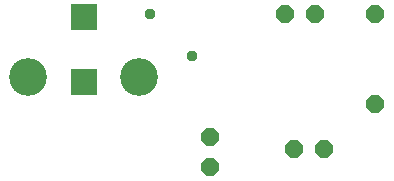
<source format=gbs>
G75*
%MOIN*%
%OFA0B0*%
%FSLAX25Y25*%
%IPPOS*%
%LPD*%
%AMOC8*
5,1,8,0,0,1.08239X$1,22.5*
%
%ADD10OC8,0.06000*%
%ADD11R,0.09068X0.09068*%
%ADD12C,0.12611*%
%ADD13C,0.03778*%
D10*
X0089000Y0024000D03*
X0089000Y0034000D03*
X0117000Y0030000D03*
X0127000Y0030000D03*
X0144000Y0045000D03*
X0144000Y0075000D03*
X0124000Y0075000D03*
X0114000Y0075000D03*
D11*
X0047000Y0052173D03*
X0047000Y0073827D03*
D12*
X0028496Y0053984D03*
X0065504Y0053984D03*
D13*
X0083000Y0061000D03*
X0069000Y0075000D03*
M02*

</source>
